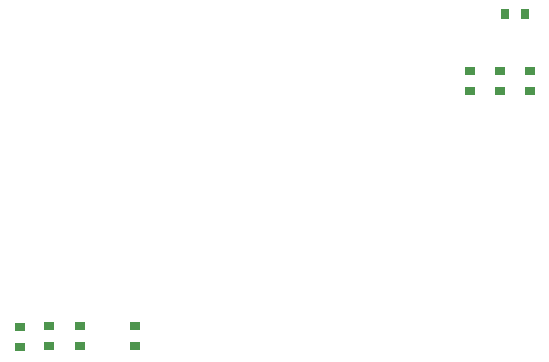
<source format=gtp>
%FSLAX33Y33*%
%MOMM*%
%AMRect-W670710-H870710-RO1.500*
21,1,0.67071,0.87071,0.,0.,90*%
%AMRect-W670710-H870710-RO0.500*
21,1,0.67071,0.87071,0.,0.,270*%
%ADD10R,0.67071X0.87071*%
%ADD11Rect-W670710-H870710-RO1.500*%
%ADD12Rect-W670710-H870710-RO0.500*%
D10*
%LNtop paste_traces*%
%LNtop paste component 87b45da516ead0f5*%
G01*
X20105Y1905D03*
X21805Y1905D03*
%LNtop paste component 6d3aea982238fda5*%
D11*
X22225Y-4660D03*
X22225Y-2960D03*
%LNtop paste component a85c78020cb388fc*%
X17145Y-4660D03*
X17145Y-2960D03*
%LNtop paste component b77673326f327343*%
D12*
X-18445Y-24550D03*
X-18445Y-26250D03*
%LNtop paste component 4edcd2a5291db4c3*%
X-15875Y-24550D03*
X-15875Y-26250D03*
%LNtop paste component c7f06b4002203921*%
D11*
X-11240Y-26250D03*
X-11240Y-24550D03*
%LNtop paste component ad7f060d7d443939*%
X19685Y-4660D03*
X19685Y-2960D03*
%LNtop paste component c45d16141bb1fcd4*%
D12*
X-20975Y-24605D03*
X-20975Y-26305D03*
M02*
</source>
